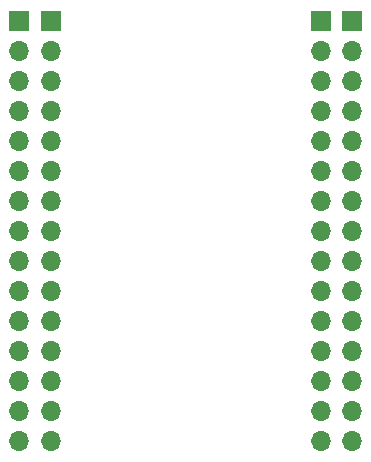
<source format=gts>
G04 #@! TF.GenerationSoftware,KiCad,Pcbnew,8.0.8*
G04 #@! TF.CreationDate,2025-03-21T10:39:09+00:00*
G04 #@! TF.ProjectId,ESP8266adapt_PCB01,45535038-3236-4366-9164-6170745f5043,rev?*
G04 #@! TF.SameCoordinates,Original*
G04 #@! TF.FileFunction,Soldermask,Top*
G04 #@! TF.FilePolarity,Negative*
%FSLAX46Y46*%
G04 Gerber Fmt 4.6, Leading zero omitted, Abs format (unit mm)*
G04 Created by KiCad (PCBNEW 8.0.8) date 2025-03-21 10:39:09*
%MOMM*%
%LPD*%
G01*
G04 APERTURE LIST*
%ADD10O,1.700000X1.700000*%
%ADD11R,1.700000X1.700000*%
G04 APERTURE END LIST*
D10*
X72390000Y-129192000D03*
X72390000Y-126652000D03*
X72390000Y-124112000D03*
X72390000Y-121572000D03*
X72390000Y-119032000D03*
X72390000Y-116492000D03*
X72390000Y-113952000D03*
X72390000Y-111412000D03*
X72390000Y-108872000D03*
X72390000Y-106332000D03*
X72390000Y-103792000D03*
X72390000Y-101252000D03*
X72390000Y-98712000D03*
X72390000Y-96172000D03*
D11*
X72390000Y-93632000D03*
X49500000Y-93632000D03*
D10*
X49500000Y-96172000D03*
X49500000Y-98712000D03*
X49500000Y-101252000D03*
X49500000Y-103792000D03*
X49500000Y-106332000D03*
X49500000Y-108872000D03*
X49500000Y-111412000D03*
X49500000Y-113952000D03*
X49500000Y-116492000D03*
X49500000Y-119032000D03*
X49500000Y-121572000D03*
X49500000Y-124112000D03*
X49500000Y-126652000D03*
X49500000Y-129192000D03*
D11*
X46800000Y-93632000D03*
D10*
X46800000Y-96172000D03*
X46800000Y-98712000D03*
X46800000Y-101252000D03*
X46800000Y-103792000D03*
X46800000Y-106332000D03*
X46800000Y-108872000D03*
X46800000Y-111412000D03*
X46800000Y-113952000D03*
X46800000Y-116492000D03*
X46800000Y-119032000D03*
X46800000Y-121572000D03*
X46800000Y-124112000D03*
X46800000Y-126652000D03*
X46800000Y-129192000D03*
X75000000Y-129192000D03*
X75000000Y-126652000D03*
X75000000Y-124112000D03*
X75000000Y-121572000D03*
X75000000Y-119032000D03*
X75000000Y-116492000D03*
X75000000Y-113952000D03*
X75000000Y-111412000D03*
X75000000Y-108872000D03*
X75000000Y-106332000D03*
X75000000Y-103792000D03*
X75000000Y-101252000D03*
X75000000Y-98712000D03*
X75000000Y-96172000D03*
D11*
X75000000Y-93632000D03*
M02*

</source>
